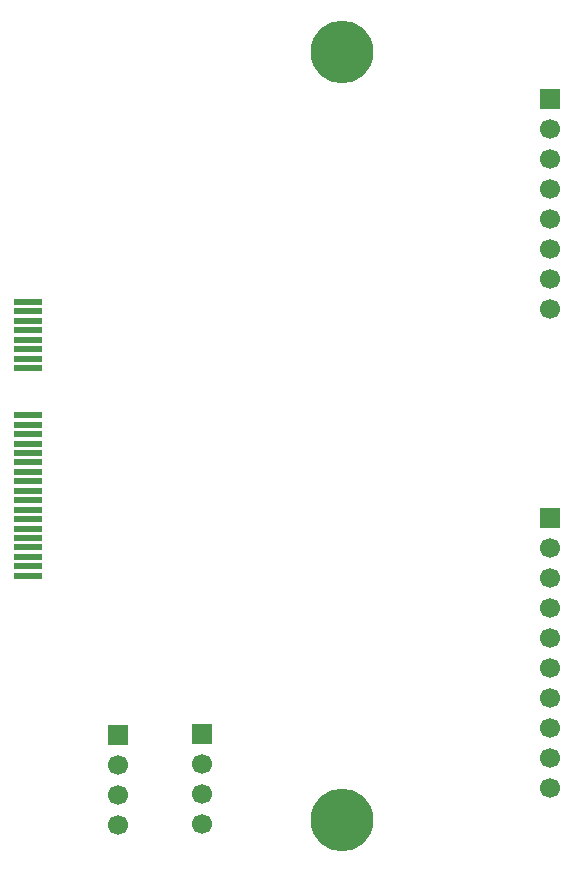
<source format=gbr>
%TF.GenerationSoftware,KiCad,Pcbnew,9.0.2*%
%TF.CreationDate,2025-06-12T08:57:52+10:00*%
%TF.ProjectId,F0-uConsole,46302d75-436f-46e7-936f-6c652e6b6963,rev?*%
%TF.SameCoordinates,Original*%
%TF.FileFunction,Soldermask,Bot*%
%TF.FilePolarity,Negative*%
%FSLAX46Y46*%
G04 Gerber Fmt 4.6, Leading zero omitted, Abs format (unit mm)*
G04 Created by KiCad (PCBNEW 9.0.2) date 2025-06-12 08:57:52*
%MOMM*%
%LPD*%
G01*
G04 APERTURE LIST*
%ADD10R,1.700000X1.700000*%
%ADD11C,1.700000*%
%ADD12R,2.350000X0.600000*%
%ADD13C,5.300000*%
G04 APERTURE END LIST*
D10*
%TO.C,J5*%
X118780000Y-102210000D03*
D11*
X118780000Y-104750000D03*
X118780000Y-107290000D03*
X118780000Y-109830000D03*
%TD*%
D12*
%TO.C,J1*%
X104010000Y-65600000D03*
X104010000Y-66400000D03*
X104010000Y-67200000D03*
X104010000Y-68000000D03*
X104010000Y-68800000D03*
X104010000Y-69600000D03*
X104010000Y-70400000D03*
X104010000Y-71200000D03*
X104010000Y-75200000D03*
X104010000Y-76000000D03*
X104010000Y-76800000D03*
X104010000Y-77600000D03*
X104010000Y-78400000D03*
X104010000Y-79200000D03*
X104010000Y-80000000D03*
X104010000Y-80800000D03*
X104010000Y-81600000D03*
X104010000Y-82400000D03*
X104010000Y-83200000D03*
X104010000Y-84000000D03*
X104010000Y-84800000D03*
X104010000Y-85600000D03*
X104010000Y-86400000D03*
X104010000Y-87200000D03*
X104010000Y-88000000D03*
X104010000Y-88800000D03*
%TD*%
D10*
%TO.C,J4*%
X111680000Y-102250000D03*
D11*
X111680000Y-104790000D03*
X111680000Y-107330000D03*
X111680000Y-109870000D03*
%TD*%
D13*
%TO.C,H1*%
X130639761Y-44467158D03*
%TD*%
%TO.C,H2*%
X130639761Y-109467158D03*
%TD*%
D10*
%TO.C,J3*%
X148279918Y-83888558D03*
D11*
X148279918Y-86428558D03*
X148279918Y-88968558D03*
X148279918Y-91508558D03*
X148279918Y-94048558D03*
X148279918Y-96588558D03*
X148279918Y-99128558D03*
X148279918Y-101668558D03*
X148279918Y-104208558D03*
X148279918Y-106748558D03*
%TD*%
D10*
%TO.C,J2*%
X148279918Y-48388558D03*
D11*
X148279918Y-50928558D03*
X148279918Y-53468558D03*
X148279918Y-56008558D03*
X148279918Y-58548558D03*
X148279918Y-61088558D03*
X148279918Y-63628558D03*
X148279918Y-66168558D03*
%TD*%
M02*

</source>
